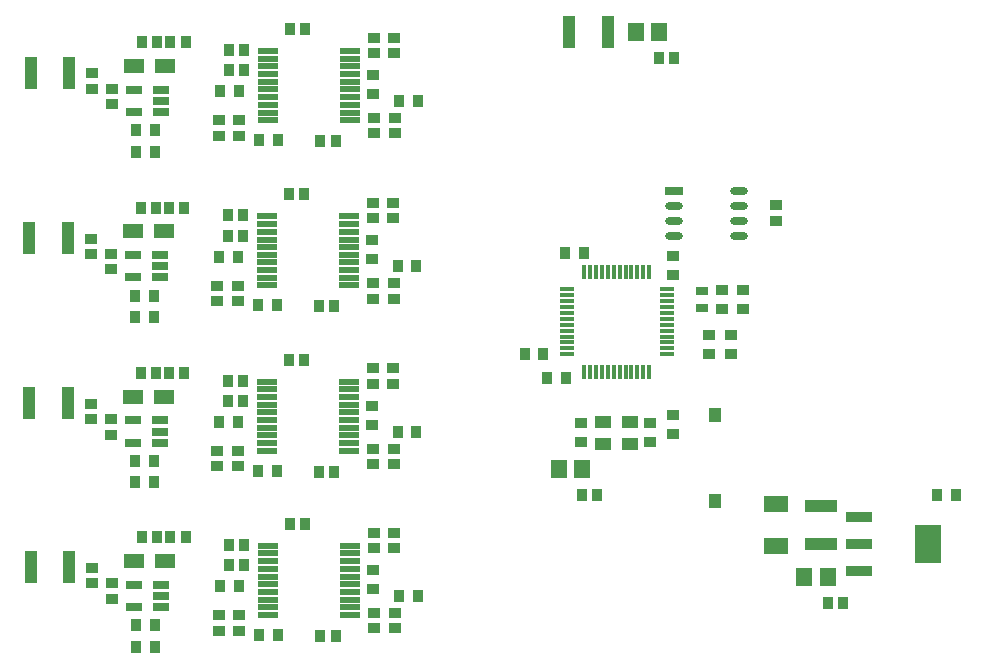
<source format=gtp>
G04*
G04 #@! TF.GenerationSoftware,Altium Limited,Altium Designer,25.6.2 (33)*
G04*
G04 Layer_Color=8421504*
%FSLAX44Y44*%
%MOMM*%
G71*
G04*
G04 #@! TF.SameCoordinates,42BA56CB-4CE2-47E9-A465-7F88C4280AAA*
G04*
G04*
G04 #@! TF.FilePolarity,Positive*
G04*
G01*
G75*
%ADD18R,1.4500X1.5500*%
%ADD19R,1.0500X1.1500*%
%ADD20R,1.1000X0.9500*%
%ADD21R,1.2400X0.3450*%
%ADD22R,0.3450X1.2400*%
%ADD23R,0.9500X1.1000*%
%ADD24R,0.8500X1.0000*%
%ADD25R,1.3500X1.1000*%
%ADD26R,2.2000X0.9500*%
%ADD27R,2.2000X3.3000*%
%ADD28R,1.8000X1.3000*%
%ADD29R,1.3700X0.6400*%
%ADD30R,1.0000X0.8500*%
%ADD31R,1.7010X0.4818*%
%ADD32R,1.0042X2.7562*%
%ADD33O,1.5000X0.6500*%
%ADD34R,2.7562X1.0042*%
%ADD35R,2.0500X1.4500*%
%ADD36R,1.5000X0.6500*%
%ADD37R,1.0200X0.7200*%
D18*
X581000Y270000D02*
D03*
X601000D02*
D03*
X808991Y178996D02*
D03*
X788991D02*
D03*
X665991Y639996D02*
D03*
X645991D02*
D03*
D19*
X713000Y243000D02*
D03*
Y316000D02*
D03*
D20*
X678000Y316000D02*
D03*
Y300000D02*
D03*
X727000Y384000D02*
D03*
Y368000D02*
D03*
X707993Y383996D02*
D03*
Y367996D02*
D03*
X719000Y422000D02*
D03*
Y406000D02*
D03*
X678000Y435000D02*
D03*
Y451000D02*
D03*
X737000Y422000D02*
D03*
Y406000D02*
D03*
X600000Y293000D02*
D03*
Y309000D02*
D03*
X658000Y309000D02*
D03*
Y293000D02*
D03*
X423491Y587996D02*
D03*
Y603996D02*
D03*
X422491Y447996D02*
D03*
Y463996D02*
D03*
Y307996D02*
D03*
Y323996D02*
D03*
X423491Y168996D02*
D03*
Y184996D02*
D03*
D21*
X587500Y367500D02*
D03*
Y372500D02*
D03*
Y377500D02*
D03*
Y382500D02*
D03*
Y387500D02*
D03*
Y392500D02*
D03*
Y397500D02*
D03*
Y402500D02*
D03*
Y407500D02*
D03*
Y412500D02*
D03*
Y417500D02*
D03*
Y422500D02*
D03*
X672500D02*
D03*
Y417500D02*
D03*
Y412500D02*
D03*
Y407500D02*
D03*
Y402500D02*
D03*
Y397500D02*
D03*
Y392500D02*
D03*
Y387500D02*
D03*
Y382500D02*
D03*
Y377500D02*
D03*
Y372500D02*
D03*
Y367500D02*
D03*
D22*
X602500Y437500D02*
D03*
X607500D02*
D03*
X612500D02*
D03*
X617500D02*
D03*
X622500D02*
D03*
X627500D02*
D03*
X632500D02*
D03*
X637500D02*
D03*
X642500D02*
D03*
X647500D02*
D03*
X652500D02*
D03*
X657500D02*
D03*
Y352500D02*
D03*
X652500D02*
D03*
X647500D02*
D03*
X642500D02*
D03*
X637500D02*
D03*
X632500D02*
D03*
X627500D02*
D03*
X622500D02*
D03*
X617500D02*
D03*
X612500D02*
D03*
X607500D02*
D03*
X602500D02*
D03*
D23*
X602000Y453000D02*
D03*
X586000D02*
D03*
X587000Y347000D02*
D03*
X571000D02*
D03*
X326991Y548996D02*
D03*
X342991D02*
D03*
X309991Y589996D02*
D03*
X293991D02*
D03*
X461491Y581996D02*
D03*
X445491D02*
D03*
X222991Y556996D02*
D03*
X238991D02*
D03*
X222991Y538996D02*
D03*
X238991D02*
D03*
X325991Y408996D02*
D03*
X341991D02*
D03*
X308991Y449996D02*
D03*
X292991D02*
D03*
X460491Y441996D02*
D03*
X444491D02*
D03*
X221991Y416996D02*
D03*
X237991D02*
D03*
X221991Y398996D02*
D03*
X237991D02*
D03*
X325991Y268996D02*
D03*
X341991D02*
D03*
X308991Y309996D02*
D03*
X292991D02*
D03*
X460491Y301996D02*
D03*
X444491D02*
D03*
X221991Y276996D02*
D03*
X237991D02*
D03*
X221991Y258996D02*
D03*
X237991D02*
D03*
X222991Y119996D02*
D03*
X238991D02*
D03*
X222991Y137996D02*
D03*
X238991D02*
D03*
X461491Y162996D02*
D03*
X445491D02*
D03*
X309991Y170996D02*
D03*
X293991D02*
D03*
X326991Y129996D02*
D03*
X342991D02*
D03*
X552000Y368000D02*
D03*
X901000Y248000D02*
D03*
X917000D02*
D03*
X568000Y368000D02*
D03*
D24*
X600500Y248000D02*
D03*
X613500D02*
D03*
X665500Y618000D02*
D03*
X678500D02*
D03*
X808500Y157000D02*
D03*
X821500D02*
D03*
X314491Y607996D02*
D03*
X301491D02*
D03*
X314491Y624996D02*
D03*
X301491D02*
D03*
X366491Y642996D02*
D03*
X353491D02*
D03*
X391991Y547996D02*
D03*
X378991D02*
D03*
X264991Y631496D02*
D03*
X251991D02*
D03*
X240991D02*
D03*
X227991D02*
D03*
X313491Y467996D02*
D03*
X300491D02*
D03*
X313491Y484996D02*
D03*
X300491D02*
D03*
X365491Y502996D02*
D03*
X352491D02*
D03*
X390991Y407996D02*
D03*
X377991D02*
D03*
X263991Y491496D02*
D03*
X250991D02*
D03*
X239991D02*
D03*
X226991D02*
D03*
X313491Y327996D02*
D03*
X300491D02*
D03*
X313491Y344996D02*
D03*
X300491D02*
D03*
X365491Y362996D02*
D03*
X352491D02*
D03*
X390991Y267996D02*
D03*
X377991D02*
D03*
X263991Y351496D02*
D03*
X250991D02*
D03*
X239991D02*
D03*
X226991D02*
D03*
X240991Y212496D02*
D03*
X227991D02*
D03*
X264991D02*
D03*
X251991D02*
D03*
X391991Y128996D02*
D03*
X378991D02*
D03*
X366491Y223996D02*
D03*
X353491D02*
D03*
X314491Y205996D02*
D03*
X301491D02*
D03*
X314491Y188996D02*
D03*
X301491D02*
D03*
D25*
X641000Y310000D02*
D03*
X618000D02*
D03*
Y291500D02*
D03*
X641000D02*
D03*
D26*
X834750Y230000D02*
D03*
Y207000D02*
D03*
Y184000D02*
D03*
D27*
X893250Y207000D02*
D03*
D28*
X221241Y611496D02*
D03*
X247741D02*
D03*
X220241Y471496D02*
D03*
X246741D02*
D03*
X220241Y331496D02*
D03*
X246741D02*
D03*
X221241Y192496D02*
D03*
X247741D02*
D03*
D29*
X221541Y572496D02*
D03*
Y591496D02*
D03*
X244441D02*
D03*
Y581996D02*
D03*
Y572496D02*
D03*
X220541Y432496D02*
D03*
Y451496D02*
D03*
X243441D02*
D03*
Y441996D02*
D03*
Y432496D02*
D03*
X220541Y292496D02*
D03*
Y311496D02*
D03*
X243441D02*
D03*
Y301996D02*
D03*
Y292496D02*
D03*
X221541Y153496D02*
D03*
Y172496D02*
D03*
X244441D02*
D03*
Y162996D02*
D03*
Y153496D02*
D03*
D30*
X309991Y565496D02*
D03*
Y552496D02*
D03*
X292991Y565496D02*
D03*
Y552496D02*
D03*
X441491Y635496D02*
D03*
Y622496D02*
D03*
X442491Y554496D02*
D03*
Y567496D02*
D03*
X424491Y635496D02*
D03*
Y622496D02*
D03*
Y554496D02*
D03*
Y567496D02*
D03*
X202991Y579496D02*
D03*
Y592496D02*
D03*
X185991Y605496D02*
D03*
Y592496D02*
D03*
X308991Y425496D02*
D03*
Y412496D02*
D03*
X291991Y425496D02*
D03*
Y412496D02*
D03*
X440491Y495496D02*
D03*
Y482496D02*
D03*
X441491Y414496D02*
D03*
Y427496D02*
D03*
X423491Y495496D02*
D03*
Y482496D02*
D03*
Y414496D02*
D03*
Y427496D02*
D03*
X201991Y439496D02*
D03*
Y452496D02*
D03*
X184991Y465496D02*
D03*
Y452496D02*
D03*
X308991Y285496D02*
D03*
Y272496D02*
D03*
X291991Y285496D02*
D03*
Y272496D02*
D03*
X440491Y355496D02*
D03*
Y342496D02*
D03*
X441491Y274496D02*
D03*
Y287496D02*
D03*
X423491Y355496D02*
D03*
Y342496D02*
D03*
Y274496D02*
D03*
Y287496D02*
D03*
X201991Y299496D02*
D03*
Y312496D02*
D03*
X184991Y325496D02*
D03*
Y312496D02*
D03*
X185991Y186496D02*
D03*
Y173496D02*
D03*
X202991Y160496D02*
D03*
Y173496D02*
D03*
X424491Y135496D02*
D03*
Y148496D02*
D03*
Y216496D02*
D03*
Y203496D02*
D03*
X442491Y135496D02*
D03*
Y148496D02*
D03*
X441491Y216496D02*
D03*
Y203496D02*
D03*
X292991Y146496D02*
D03*
Y133496D02*
D03*
X309991Y146496D02*
D03*
Y133496D02*
D03*
X765000Y493500D02*
D03*
Y480500D02*
D03*
D31*
X334943Y624206D02*
D03*
Y617856D02*
D03*
Y611252D02*
D03*
Y604648D02*
D03*
Y598298D02*
D03*
Y591694D02*
D03*
Y585344D02*
D03*
Y578740D02*
D03*
Y572136D02*
D03*
Y565786D02*
D03*
X404539D02*
D03*
Y572136D02*
D03*
Y578740D02*
D03*
Y585344D02*
D03*
Y591694D02*
D03*
Y598298D02*
D03*
Y604648D02*
D03*
Y611252D02*
D03*
Y617856D02*
D03*
Y624206D02*
D03*
X333943Y484206D02*
D03*
Y477856D02*
D03*
Y471252D02*
D03*
Y464648D02*
D03*
Y458298D02*
D03*
Y451694D02*
D03*
Y445344D02*
D03*
Y438740D02*
D03*
Y432136D02*
D03*
Y425786D02*
D03*
X403539D02*
D03*
Y432136D02*
D03*
Y438740D02*
D03*
Y445344D02*
D03*
Y451694D02*
D03*
Y458298D02*
D03*
Y464648D02*
D03*
Y471252D02*
D03*
Y477856D02*
D03*
Y484206D02*
D03*
X333943Y344206D02*
D03*
Y337856D02*
D03*
Y331252D02*
D03*
Y324648D02*
D03*
Y318298D02*
D03*
Y311694D02*
D03*
Y305344D02*
D03*
Y298740D02*
D03*
Y292136D02*
D03*
Y285786D02*
D03*
X403539D02*
D03*
Y292136D02*
D03*
Y298740D02*
D03*
Y305344D02*
D03*
Y311694D02*
D03*
Y318298D02*
D03*
Y324648D02*
D03*
Y331252D02*
D03*
Y337856D02*
D03*
Y344206D02*
D03*
X334943Y205206D02*
D03*
Y198856D02*
D03*
Y192252D02*
D03*
Y185648D02*
D03*
Y179298D02*
D03*
Y172694D02*
D03*
Y166344D02*
D03*
Y159740D02*
D03*
Y153136D02*
D03*
Y146786D02*
D03*
X404539D02*
D03*
Y153136D02*
D03*
Y159740D02*
D03*
Y166344D02*
D03*
Y172694D02*
D03*
Y179298D02*
D03*
Y185648D02*
D03*
Y192252D02*
D03*
Y198856D02*
D03*
Y205206D02*
D03*
D32*
X133741Y186996D02*
D03*
X166241D02*
D03*
X589750Y640000D02*
D03*
X622250D02*
D03*
X133741Y605996D02*
D03*
X166241D02*
D03*
X132741Y465996D02*
D03*
X165241D02*
D03*
X132741Y325996D02*
D03*
X165241D02*
D03*
D33*
X733250Y467950D02*
D03*
Y506050D02*
D03*
Y480650D02*
D03*
Y493350D02*
D03*
X678750Y467950D02*
D03*
Y480650D02*
D03*
Y493350D02*
D03*
D34*
X803000Y239250D02*
D03*
Y206750D02*
D03*
D35*
X765000Y241000D02*
D03*
Y205000D02*
D03*
D36*
X678750Y506050D02*
D03*
D37*
X702000Y407050D02*
D03*
Y420950D02*
D03*
M02*

</source>
